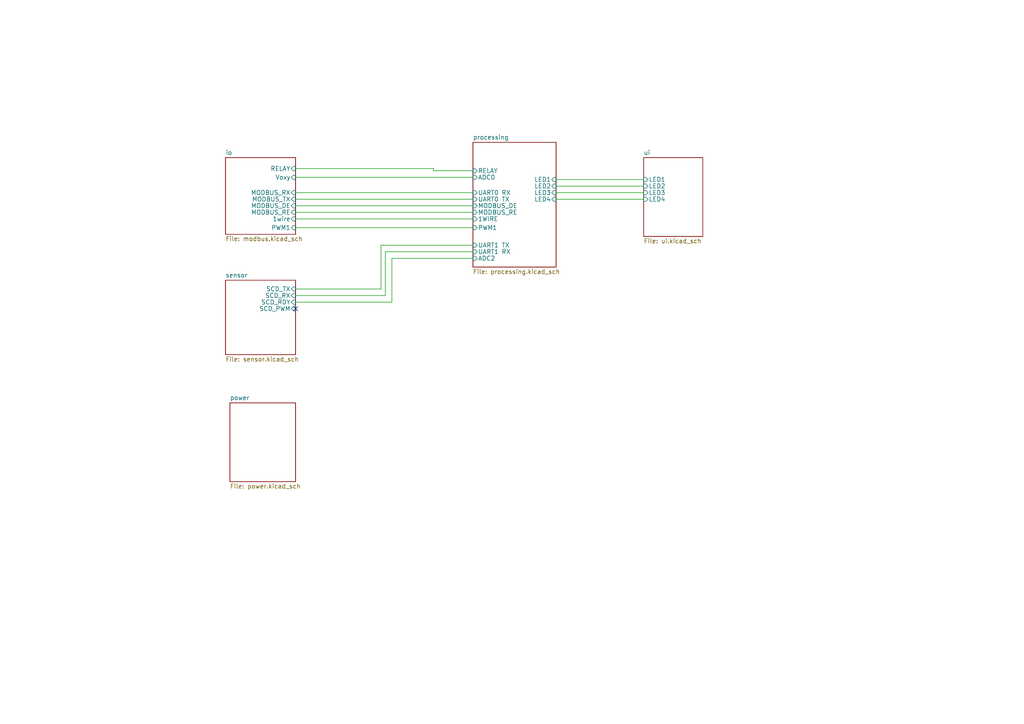
<source format=kicad_sch>
(kicad_sch (version 20230121) (generator eeschema)
  (paper "A4")
  (lib_symbols)
  (no_connect (at 85.725 89.535))
  (wire (pts (xy 85.725 48.895) (xy 125.73 48.895)))
  (wire (pts (xy 161.29 55.88) (xy 186.69 55.88)))
  (wire (pts (xy 85.725 66.04) (xy 137.16 66.04)))
  (wire (pts (xy 85.725 57.785) (xy 137.16 57.785)))
  (wire (pts (xy 85.725 83.82) (xy 110.49 83.82)))
  (wire (pts (xy 110.49 71.12) (xy 137.16 71.12)))
  (wire (pts (xy 125.73 49.53) (xy 137.16 49.53)))
  (wire (pts (xy 161.29 53.975) (xy 186.69 53.975)))
  (wire (pts (xy 85.725 61.595) (xy 137.16 61.595)))
  (wire (pts (xy 111.76 85.725) (xy 85.725 85.725)))
  (wire (pts (xy 85.725 87.63) (xy 113.665 87.63)))
  (wire (pts (xy 137.16 73.025) (xy 111.76 73.025)))
  (wire (pts (xy 85.725 55.88) (xy 137.16 55.88)))
  (wire (pts (xy 110.49 83.82) (xy 110.49 71.12)))
  (wire (pts (xy 125.73 48.895) (xy 125.73 49.53)))
  (wire (pts (xy 111.76 73.025) (xy 111.76 85.725)))
  (wire (pts (xy 161.29 57.785) (xy 186.69 57.785)))
  (wire (pts (xy 161.29 52.07) (xy 186.69 52.07)))
  (wire (pts (xy 85.725 51.435) (xy 137.16 51.435)))
  (wire (pts (xy 85.725 63.5) (xy 137.16 63.5)))
  (wire (pts (xy 113.665 74.93) (xy 137.16 74.93)))
  (wire (pts (xy 85.725 59.69) (xy 137.16 59.69)))
  (wire (pts (xy 113.665 87.63) (xy 113.665 74.93)))
  (sheet (at 65.405 45.72) (size 20.32 22.225) (stroke (width 0.1524))
    (property "Sheetname" "io" (at 65.405 45.0084 0) (effects (justify left bottom)))
    (property "Sheetfile" "modbus.kicad_sch" (at 65.405 68.5296 0) (effects (justify left top)))
    (pin "RELAY" input (at 85.725 48.895 0))
    (pin "Voxy" input (at 85.725 51.435 0))
    (pin "PWM1" input (at 85.725 66.04 0))
    (pin "MODBUS_RX" input (at 85.725 55.88 0))
    (pin "MODBUS_TX" input (at 85.725 57.785 0))
    (pin "MODBUS_DE" input (at 85.725 59.69 0))
    (pin "MODBUS_RE" input (at 85.725 61.595 0))
    (pin "1wire" input (at 85.725 63.5 0))
  )
  (sheet (at 137.16 41.275) (size 24.13 36.195) (stroke (width 0.1524))
    (property "Sheetname" "processing" (at 137.16 40.5634 0) (effects (justify left bottom)))
    (property "Sheetfile" "processing.kicad_sch" (at 137.16 78.0546 0) (effects (justify left top)))
    (pin "UART0 TX" input (at 137.16 57.785 180))
    (pin "UART0 RX" input (at 137.16 55.88 180))
    (pin "ADC0" input (at 137.16 51.435 180))
    (pin "UART1 TX" input (at 137.16 71.12 180))
    (pin "UART1 RX" input (at 137.16 73.025 180))
    (pin "PWM1" input (at 137.16 66.04 180))
    (pin "MODBUS_DE" input (at 137.16 59.69 180))
    (pin "MODBUS_RE" input (at 137.16 61.595 180))
    (pin "1WIRE" input (at 137.16 63.5 180))
    (pin "RELAY" input (at 137.16 49.53 180))
    (pin "LED4" input (at 161.29 57.785 0))
    (pin "LED1" input (at 161.29 52.07 0))
    (pin "LED2" input (at 161.29 53.975 0))
    (pin "LED3" input (at 161.29 55.88 0))
    (pin "ADC2" input (at 137.16 74.93 180))
  )
  (sheet (at 65.405 81.28) (size 20.32 21.59) (stroke (width 0.1524))
    (property "Sheetname" "sensor" (at 65.405 80.5684 0) (effects (justify left bottom)))
    (property "Sheetfile" "sensor.kicad_sch" (at 65.405 103.4546 0) (effects (justify left top)))
    (pin "SCD_TX" input (at 85.725 83.82 0))
    (pin "SCD_RX" input (at 85.725 85.725 0))
    (pin "SCD_RDY" input (at 85.725 87.63 0))
    (pin "SCD_PWM" input (at 85.725 89.535 0))
  )
  (sheet (at 66.675 116.84) (size 19.05 22.86) (stroke (width 0.1524))
    (property "Sheetname" "power" (at 66.675 116.1284 0) (effects (justify left bottom)))
    (property "Sheetfile" "power.kicad_sch" (at 66.675 140.2846 0) (effects (justify left top)))
  )
  (sheet (at 186.69 45.72) (size 17.145 22.86) (stroke (width 0.1524))
    (property "Sheetname" "ui" (at 186.69 45.0084 0) (effects (justify left bottom)))
    (property "Sheetfile" "ui.kicad_sch" (at 186.69 69.1646 0) (effects (justify left top)))
    (pin "LED4" input (at 186.69 57.785 180))
    (pin "LED3" input (at 186.69 55.88 180))
    (pin "LED1" input (at 186.69 52.07 180))
    (pin "LED2" input (at 186.69 53.975 180))
  )
)
</source>
